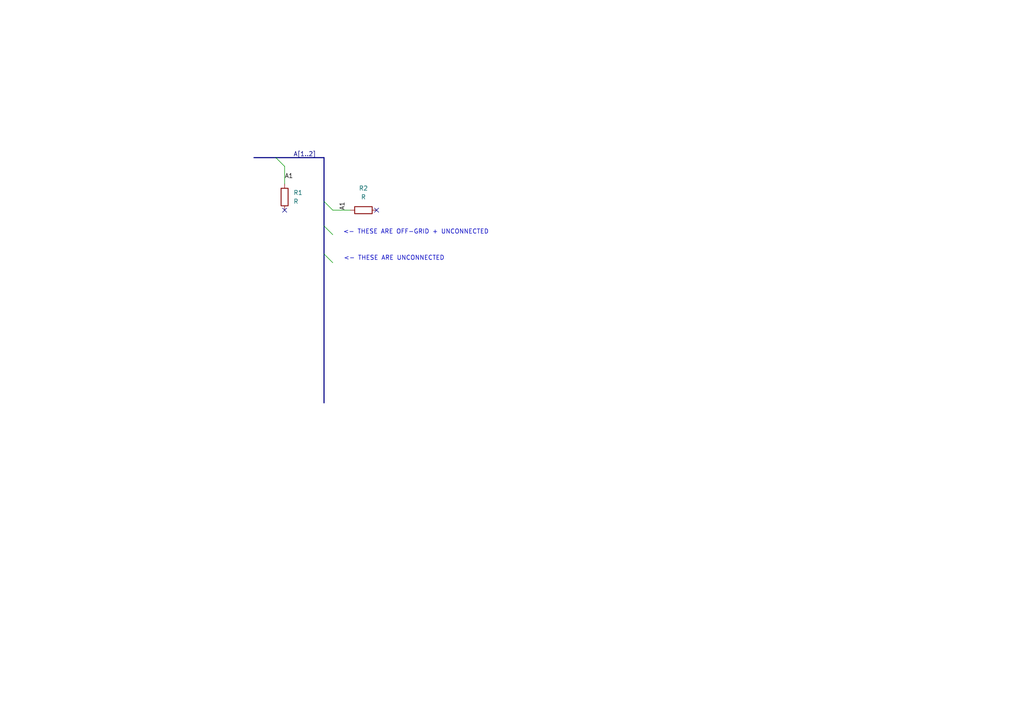
<source format=kicad_sch>
(kicad_sch (version 20241209) (generator "eeschema") (generator_version "9.0")
  (paper "A4")
  (lib_symbols
    (symbol "Device:R" (pin_numbers (hide yes)) (pin_names (offset 0))
      (property "Reference" "R" (at 2.032 0 90))
      (property "Value" "R" (at 0 0 90))
      (symbol "R_0_1"
        (rectangle (start -1.016 -2.54) (end 1.016 2.54) (stroke (width 0.254)))
      )
      (symbol "R_1_1"
        (pin passive line (at 0 3.81 270) (length 1.27) (name "~") (number "1"))
        (pin passive line (at 0 -3.81 90) (length 1.27) (name "~") (number "2"))
      )
    )
  )
  (text "<- THESE ARE UNCONNECTED" (at 114.3 74.93 0) (effects (font (size 1.27 1.27))))
  (text "<- THESE ARE OFF-GRID + UNCONNECTED" (at 120.65 67.31 0) (effects (font (size 1.27 1.27))))
  (no_connect (at 109.22 60.96))
  (no_connect (at 82.55 60.96))
  (bus_entry (at 93.98 73.66) (size 2.54 2.54))
  (bus_entry (at 93.98 65.532) (size 2.54 2.54))
  (bus_entry (at 80.01 45.72) (size 2.54 2.54))
  (bus_entry (at 93.98 58.42) (size 2.54 2.54))
  (bus (pts (xy 80.01 45.72) (xy 93.98 45.72)))
  (bus (pts (xy 93.98 45.72) (xy 93.98 58.42)))
  (wire (pts (xy 82.55 48.26) (xy 82.55 53.34)))
  (bus (pts (xy 73.66 45.72) (xy 80.01 45.72)))
  (bus (pts (xy 93.98 58.42) (xy 93.98 65.532)))
  (bus (pts (xy 93.98 73.66) (xy 93.98 116.84)))
  (wire (pts (xy 96.52 60.96) (xy 101.6 60.96)))
  (bus (pts (xy 93.98 65.532) (xy 93.98 73.66)))
  (label "A1" (at 82.55 52.07 0))
  (label "A1" (at 100.33 60.96 90))
  (label "A[1..2]" (at 85.09 45.72 0))
  (symbol (lib_id "Device:R") (at 105.41 60.96 90) (unit 1)
    (property "Reference" "R2" (at 105.41 54.61 90))
    (property "Value" "R" (at 105.41 57.15 90))
    (property "Description" "Resistor" (effects (hide yes)))
  )
  (symbol (lib_id "Device:R") (at 82.55 57.15 0) (unit 1)
    (property "Reference" "R1" (at 85.09 55.8799 0) (effects (justify left)))
    (property "Value" "R" (at 85.09 58.4199 0) (effects (justify left)))
    (property "Description" "Resistor" (effects (hide yes)))
  )
)
</source>
